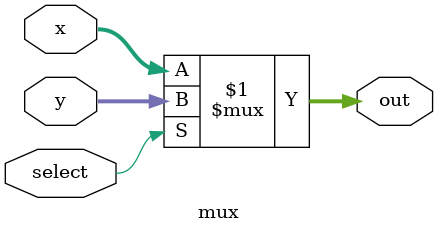
<source format=v>
module mux #(
	parameter datawidth = 8
	)

(
	x,
	y,
	select,
	out
);

input wire [datawidth - 1:0] x;
input wire [datawidth - 1:0] y;

input wire select;

output wire [datawidth - 1:0] out;

assign out = select? y : x;

endmodule
</source>
